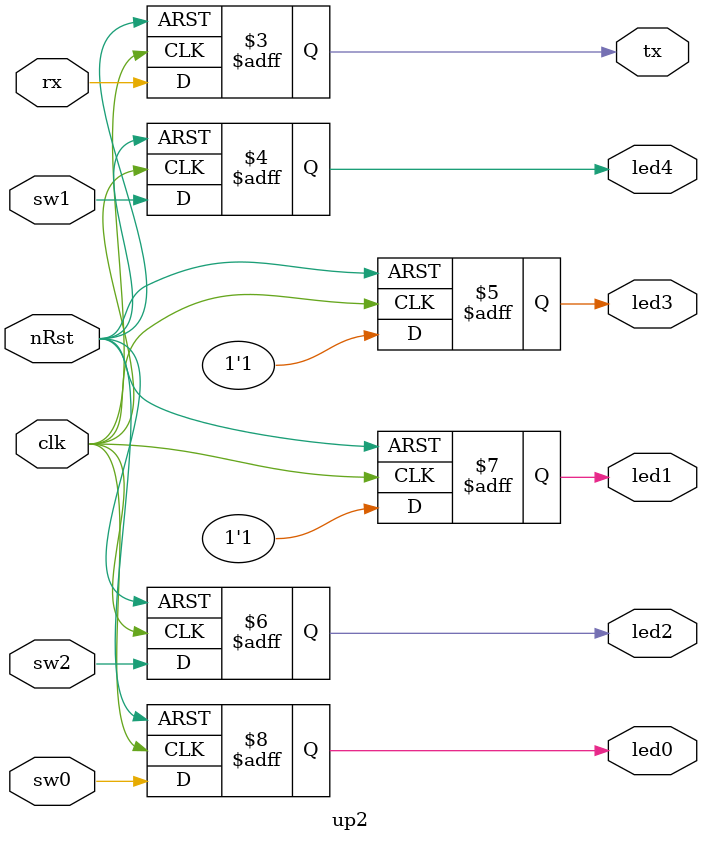
<source format=v>
`timescale 1ns/1ps
module up2(
	input				clk,
	input				nRst,
	input				rx,
	input				sw2,
	input				sw1,
	input				sw0,
	output	reg	tx,
	output	reg	led4,
	output	reg	led3,
	output	reg	led2,
	output	reg	led1,
	output	reg	led0
);

	always@(posedge clk or negedge nRst) begin
		if(!nRst) begin
			tx   <= 1'b0;
			led4 <= 1'b0;
			led3 <= 1'b0;
			led2 <= 1'b0;
			led1 <= 1'b0;
			led0 <= 1'b0;
		end else begin
			tx   <= rx;
			led4 <= sw1;
			led3 <= 1'b1;
			led2 <= sw2;
			led1 <= 1'b1;
			led0 <= sw0;
		end
	end
endmodule

</source>
